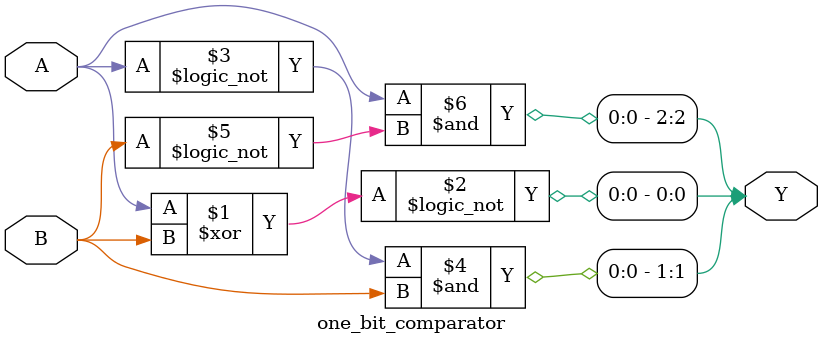
<source format=v>
`timescale 1ns / 1ps


module one_bit_comparator(
    input A,
    input B,
    output [2:0] Y
    );
    
assign Y[0] = !(A^B);               // A=B
assign Y[1] = !(A)&B;            // A<B
assign Y[2] = (A)&!(B);          // A>B

endmodule

</source>
